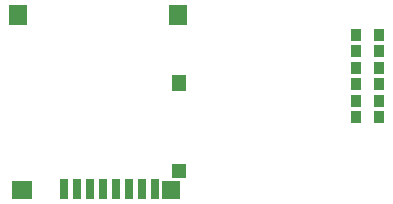
<source format=gbr>
G04 #@! TF.GenerationSoftware,KiCad,Pcbnew,(5.1.2)-1*
G04 #@! TF.CreationDate,2021-02-01T19:25:34-05:00*
G04 #@! TF.ProjectId,ZP-Breakout,5a502d42-7265-4616-9b6f-75742e6b6963,rev?*
G04 #@! TF.SameCoordinates,Original*
G04 #@! TF.FileFunction,Paste,Bot*
G04 #@! TF.FilePolarity,Positive*
%FSLAX46Y46*%
G04 Gerber Fmt 4.6, Leading zero omitted, Abs format (unit mm)*
G04 Created by KiCad (PCBNEW (5.1.2)-1) date 2021-02-01 19:25:34*
%MOMM*%
%LPD*%
G04 APERTURE LIST*
%ADD10R,0.845000X1.000000*%
%ADD11R,1.600200X1.501140*%
%ADD12R,1.501140X1.699260*%
%ADD13R,1.290320X1.399540*%
%ADD14R,1.699260X1.501140*%
%ADD15R,1.290320X1.300480*%
%ADD16R,0.800100X1.678940*%
G04 APERTURE END LIST*
D10*
G04 #@! TO.C,R26*
X112684500Y-104280000D03*
X110759500Y-104280000D03*
G04 #@! TD*
G04 #@! TO.C,R25*
X110759500Y-102883000D03*
X112684500Y-102883000D03*
G04 #@! TD*
G04 #@! TO.C,R24*
X112684500Y-107074000D03*
X110759500Y-107074000D03*
G04 #@! TD*
G04 #@! TO.C,R23*
X110759500Y-105677000D03*
X112684500Y-105677000D03*
G04 #@! TD*
G04 #@! TO.C,R22*
X112684500Y-109868000D03*
X110759500Y-109868000D03*
G04 #@! TD*
G04 #@! TO.C,R21*
X110759500Y-108471000D03*
X112684500Y-108471000D03*
G04 #@! TD*
D11*
G04 #@! TO.C,J8*
X95110300Y-116060220D03*
D12*
X82151220Y-101208840D03*
D13*
X95755460Y-107010200D03*
D14*
X82450940Y-116060220D03*
D12*
X95648780Y-101208840D03*
D15*
X95755460Y-114409220D03*
D16*
X85999320Y-115968780D03*
X87099140Y-115968780D03*
X88198960Y-115968780D03*
X89298780Y-115968780D03*
X90401140Y-115968780D03*
X91500960Y-115968780D03*
X92600780Y-115968780D03*
X93700600Y-115968780D03*
G04 #@! TD*
M02*

</source>
